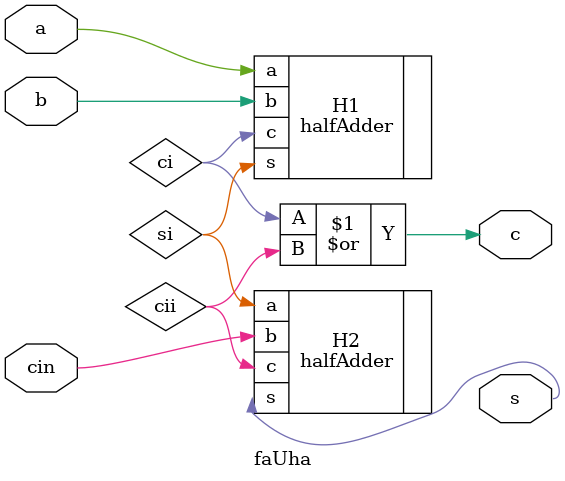
<source format=v>

`include "halfAdder.v"

//start module.
module faUha(a,b,cin,s,c);

//declare i/o ports.
input a,b,cin;
output s,c;

//declare intermediate connections.
wire si,ci,cii;

//first stage
halfAdder H1 (.a(a),.b(b),.c(ci),.s(si));
halfAdder H2 (.a(si),.b(cin),.c(cii),.s(s));

//second stage
assign c= ci|cii;

//ending module
endmodule

</source>
